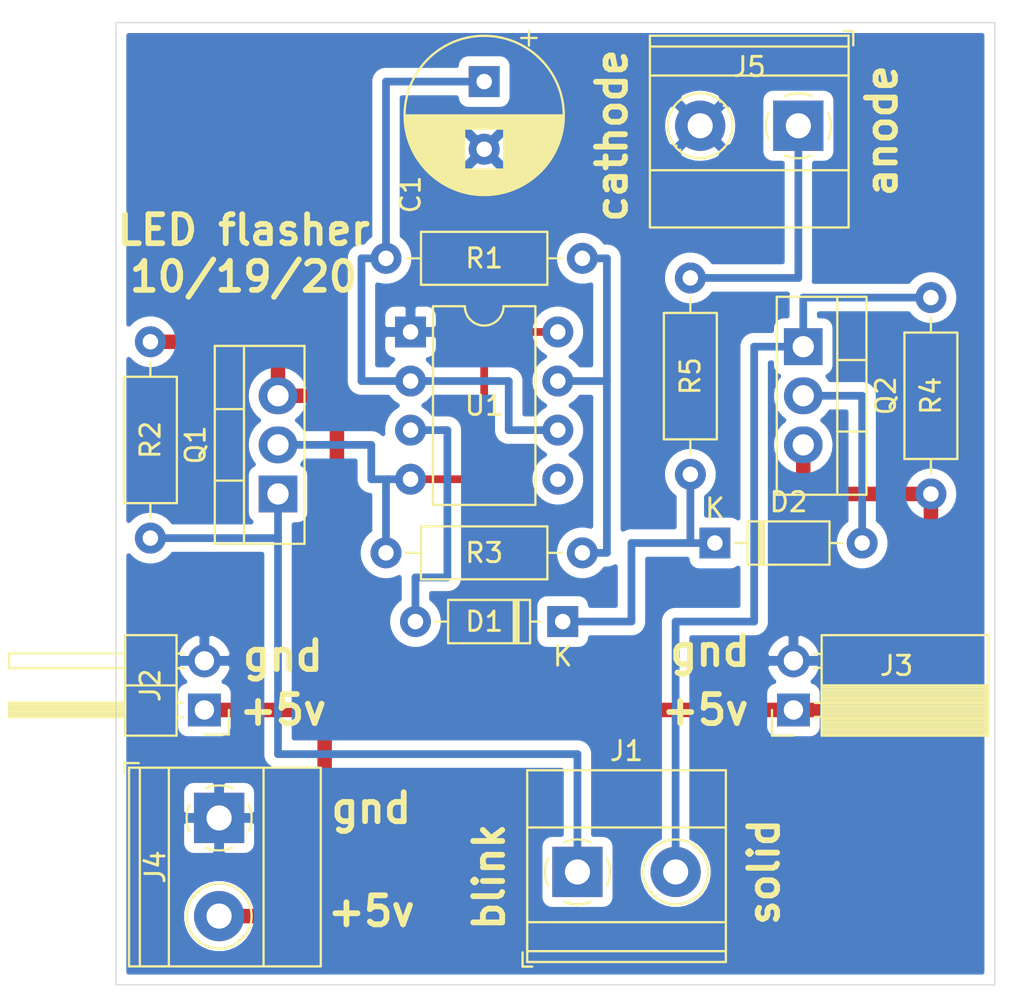
<source format=kicad_pcb>
(kicad_pcb (version 20211014) (generator pcbnew)
  (layers (0 "F.Cu" signal) (31 "B.Cu" signal) (34 "B.Paste" user) (35 "F.Paste" user) (36 "B.SilkS" user "B.Silkscreen") (37 "F.SilkS" user "F.Silkscreen") (38 "B.Mask" user) (39 "F.Mask" user) (44 "Edge.Cuts" user))
  (net 0 "")
  (net 1 "Net-(C1-Pad1)")
  (net 2 "GND")
  (net 3 "Net-(D1-Pad1)")
  (net 4 "Net-(D1-Pad2)")
  (net 5 "Net-(D2-Pad2)")
  (net 6 "GBLINK")
  (net 7 "GSOLID")
  (net 8 "+5V")
  (net 9 "LEDA")
  (net 10 "Net-(Q1-Pad2)")
  (net 11 "Net-(R1-Pad1)")
  (footprint "Capacitor_THT:CP_Radial_D8.0mm_P3.50mm" (layer "F.Cu") (at 123.19 72.39 -90)
    (fp_text reference "C1" (at 5.842 3.81 90) (layer "F.SilkS"))
    (fp_text value "10uf")
    (fp_line (start 4.511 1.04) (end 4.511 3.019) (layer "F.SilkS") (width 0.12))
    (fp_line (start 3.831 1.04) (end 3.831 3.517) (layer "F.SilkS") (width 0.12))
    (fp_line (start 4.271 1.04) (end 4.271 3.22) (layer "F.SilkS") (width 0.12))
    (fp_line (start 5.031 -2.454) (end 5.031 2.454) (layer "F.SilkS") (width 0.12))
    (fp_line (start 3.671 1.04) (end 3.671 3.606) (layer "F.SilkS") (width 0.12))
    (fp_line (start 1.75 -4.08) (end 1.75 4.08) (layer "F.SilkS") (width 0.12))
    (fp_line (start 3.791 -3.54) (end 3.791 -1.04) (layer "F.SilkS") (width 0.12))
    (fp_line (start 5.751 -0.948) (end 5.751 0.948) (layer "F.SilkS") (width 0.12))
    (fp_line (start 4.231 1.04) (end 4.231 3.25) (layer "F.SilkS") (width 0.12))
    (fp_line (start 2.07 -4.068) (end 2.07 4.068) (layer "F.SilkS") (width 0.12))
    (fp_line (start 1.83 -4.08) (end 1.83 4.08) (layer "F.SilkS") (width 0.12))
    (fp_line (start 4.911 -2.604) (end 4.911 2.604) (layer "F.SilkS") (width 0.12))
    (fp_line (start 3.031 -3.877) (end 3.031 -1.04) (layer "F.SilkS") (width 0.12))
    (fp_line (start 4.071 1.04) (end 4.071 3.365) (layer "F.SilkS") (width 0.12))
    (fp_line (start 2.31 -4.042) (end 2.31 4.042) (layer "F.SilkS") (width 0.12))
    (fp_line (start 4.431 1.04) (end 4.431 3.09) (layer "F.SilkS") (width 0.12))
    (fp_line (start 4.151 -3.309) (end 4.151 -1.04) (layer "F.SilkS") (width 0.12))
    (fp_line (start 3.511 -3.686) (end 3.511 -1.04) (layer "F.SilkS") (width 0.12))
    (fp_line (start 3.711 1.04) (end 3.711 3.584) (layer "F.SilkS") (width 0.12))
    (fp_line (start 2.03 -4.071) (end 2.03 4.071) (layer "F.SilkS") (width 0.12))
    (fp_line (start 1.87 -4.079) (end 1.87 4.079) (layer "F.SilkS") (width 0.12))
    (fp_line (start 3.591 1.04) (end 3.591 3.647) (layer "F.SilkS") (width 0.12))
    (fp_line (start 4.271 -3.22) (end 4.271 -1.04) (layer "F.SilkS") (width 0.12))
    (fp_line (start 4.951 -2.556) (end 4.951 2.556) (layer "F.SilkS") (width 0.12))
    (fp_line (start 2.711 1.04) (end 2.711 3.967) (layer "F.SilkS") (width 0.12))
    (fp_line (start 3.391 -3.74) (end 3.391 -1.04) (layer "F.SilkS") (width 0.12))
    (fp_line (start 4.111 1.04) (end 4.111 3.338) (layer "F.SilkS") (width 0.12))
    (fp_line (start 5.391 -1.89) (end 5.391 1.89) (layer "F.SilkS") (width 0.12))
    (fp_line (start 2.631 1.04) (end 2.631 3.985) (layer "F.SilkS") (width 0.12))
    (fp_line (start 2.671 1.04) (end 2.671 3.976) (layer "F.SilkS") (width 0.12))
    (fp_line (start 4.391 1.04) (end 4.391 3.124) (layer "F.SilkS") (width 0.12))
    (fp_line (start 3.551 -3.666) (end 3.551 -1.04) (layer "F.SilkS") (width 0.12))
    (fp_line (start 5.551 -1.552) (end 5.551 1.552) (layer "F.SilkS") (width 0.12))
    (fp_line (start 4.831 -2.697) (end 4.831 2.697) (layer "F.SilkS") (width 0.12))
    (fp_line (start 4.791 -2.741) (end 4.791 2.741) (layer "F.SilkS") (width 0.12))
    (fp_line (start 2.751 1.04) (end 2.751 3.957) (layer "F.SilkS") (width 0.12))
    (fp_line (start 3.591 -3.647) (end 3.591 -1.04) (layer "F.SilkS") (width 0.12))
    (fp_line (start 3.191 -3.821) (end 3.191 -1.04) (layer "F.SilkS") (width 0.12))
    (fp_line (start 4.591 -2.945) (end 4.591 2.945) (layer "F.SilkS") (width 0.12))
    (fp_line (start 5.671 -1.229) (end 5.671 1.229) (layer "F.SilkS") (width 0.12))
    (fp_line (start 2.831 1.04) (end 2.831 3.936) (layer "F.SilkS") (width 0.12))
    (fp_line (start 3.431 1.04) (end 3.431 3.722) (layer "F.SilkS") (width 0.12))
    (fp_line (start 2.951 -3.902) (end 2.951 -1.04) (layer "F.SilkS") (width 0.12))
    (fp_line (start 5.351 -1.964) (end 5.351 1.964) (layer "F.SilkS") (width 0.12))
    (fp_line (start 2.27 -4.048) (end 2.27 4.048) (layer "F.SilkS") (width 0.12))
    (fp_line (start 4.031 1.04) (end 4.031 3.392) (layer "F.SilkS") (width 0.12))
    (fp_line (start 5.271 -2.102) (end 5.271 2.102) (layer "F.SilkS") (width 0.12))
    (fp_line (start 3.911 -3.469) (end 3.911 -1.04) (layer "F.SilkS") (width 0.12))
    (fp_line (start 5.711 -1.098) (end 5.711 1.098) (layer "F.SilkS") (width 0.12))
    (fp_line (start 2.871 1.04) (end 2.871 3.925) (layer "F.SilkS") (width 0.12))
    (fp_line (start 2.631 -3.985) (end 2.631 -1.04) (layer "F.SilkS") (width 0.12))
    (fp_line (start 4.311 -3.189) (end 4.311 -1.04) (layer "F.SilkS") (width 0.12))
    (fp_line (start 5.591 -1.453) (end 5.591 1.453) (layer "F.SilkS") (width 0.12))
    (fp_line (start 2.591 -3.994) (end 2.591 -1.04) (layer "F.SilkS") (width 0.12))
    (fp_line (start -2.259698 -2.715) (end -2.259698 -1.915) (layer "F.SilkS") (width 0.12))
    (fp_line (start 2.991 1.04) (end 2.991 3.889) (layer "F.SilkS") (width 0.12))
    (fp_line (start 5.191 -2.228) (end 5.191 2.228) (layer "F.SilkS") (width 0.12))
    (fp_line (start 4.191 1.04) (end 4.191 3.28) (layer "F.SilkS") (width 0.12))
    (fp_line (start 3.951 -3.444) (end 3.951 -1.04) (layer "F.SilkS") (width 0.12))
    (fp_line (start 3.191 1.04) (end 3.191 3.821) (layer "F.SilkS") (width 0.12))
    (fp_line (start 2.471 1.04) (end 2.471 4.017) (layer "F.SilkS") (width 0.12))
    (fp_line (start 3.271 -3.79) (end 3.271 -1.04) (layer "F.SilkS") (width 0.12))
    (fp_line (start 4.871 -2.651) (end 4.871 2.651) (layer "F.SilkS") (width 0.12))
    (fp_line (start 2.791 1.04) (end 2.791 3.947) (layer "F.SilkS") (width 0.12))
    (fp_line (start 4.471 -3.055) (end 4.471 -1.04) (layer "F.SilkS") (width 0.12))
    (fp_line (start 3.551 1.04) (end 3.551 3.666) (layer "F.SilkS") (width 0.12))
    (fp_line (start 4.471 1.04) (end 4.471 3.055) (layer "F.SilkS") (width 0.12))
    (fp_line (start 3.871 -3.493) (end 3.871 -1.04) (layer "F.SilkS") (width 0.12))
    (fp_line (start 2.43 -4.024) (end 2.43 4.024) (layer "F.SilkS") (width 0.12))
    (fp_line (start 4.511 -3.019) (end 4.511 -1.04) (layer "F.SilkS") (width 0.12))
    (fp_line (start 3.111 1.04) (end 3.111 3.85) (layer "F.SilkS") (width 0.12))
    (fp_line (start 4.751 -2.784) (end 4.751 2.784) (layer "F.SilkS") (width 0.12))
    (fp_line (start 2.471 -4.017) (end 2.471 -1.04) (layer "F.SilkS") (width 0.12))
    (fp_line (start 3.351 -3.757) (end 3.351 -1.04) (layer "F.SilkS") (width 0.12))
    (fp_line (start 2.11 -4.065) (end 2.11 4.065) (layer "F.SilkS") (width 0.12))
    (fp_line (start 4.391 -3.124) (end 4.391 -1.04) (layer "F.SilkS") (width 0.12))
    (fp_line (start 2.35 -4.037) (end 2.35 4.037) (layer "F.SilkS") (width 0.12))
    (fp_line (start 3.031 1.04) (end 3.031 3.877) (layer "F.SilkS") (width 0.12))
    (fp_line (start 5.631 -1.346) (end 5.631 1.346) (layer "F.SilkS") (width 0.12))
    (fp_line (start 3.071 -3.863) (end 3.071 -1.04) (layer "F.SilkS") (width 0.12))
    (fp_line (start 2.791 -3.947) (end 2.791 -1.04) (layer "F.SilkS") (width 0.12))
    (fp_line (start 5.071 -2.4) (end 5.071 2.4) (layer "F.SilkS") (width 0.12))
    (fp_line (start 2.911 1.04) (end 2.911 3.914) (layer "F.SilkS") (width 0.12))
    (fp_line (start 3.351 1.04) (end 3.351 3.757) (layer "F.SilkS") (width 0.12))
    (fp_line (start 5.111 -2.345) (end 5.111 2.345) (layer "F.SilkS") (width 0.12))
    (fp_line (start 2.15 -4.061) (end 2.15 4.061) (layer "F.SilkS") (width 0.12))
    (fp_line (start 3.751 -3.562) (end 3.751 -1.04) (layer "F.SilkS") (width 0.12))
    (fp_line (start 3.671 -3.606) (end 3.671 -1.04) (layer "F.SilkS") (width 0.12))
    (fp_line (start 4.311 1.04) (end 4.311 3.189) (layer "F.SilkS") (width 0.12))
    (fp_line (start 4.111 -3.338) (end 4.111 -1.04) (layer "F.SilkS") (width 0.12))
    (fp_line (start 2.671 -3.976) (end 2.671 -1.04) (layer "F.SilkS") (width 0.12))
    (fp_line (start 4.071 -3.365) (end 4.071 -1.04) (layer "F.SilkS") (width 0.12))
    (fp_line (start 1.91 -4.077) (end 1.91 4.077) (layer "F.SilkS") (width 0.12))
    (fp_line (start 3.391 1.04) (end 3.391 3.74) (layer "F.SilkS") (width 0.12))
    (fp_line (start 5.791 -0.768) (end 5.791 0.768) (layer "F.SilkS") (width 0.12))
    (fp_line (start 5.231 -2.166) (end 5.231 2.166) (layer "F.SilkS") (width 0.12))
    (fp_line (start 3.311 1.04) (end 3.311 3.774) (layer "F.SilkS") (width 0.12))
    (fp_line (start 4.351 -3.156) (end 4.351 -1.04) (layer "F.SilkS") (width 0.12))
    (fp_line (start 3.991 -3.418) (end 3.991 -1.04) (layer "F.SilkS") (width 0.12))
    (fp_line (start 3.431 -3.722) (end 3.431 -1.04) (layer "F.SilkS") (width 0.12))
    (fp_line (start 4.631 -2.907) (end 4.631 2.907) (layer "F.SilkS") (width 0.12))
    (fp_line (start 3.951 1.04) (end 3.951 3.444) (layer "F.SilkS") (width 0.12))
    (fp_line (start 3.511 1.04) (end 3.511 3.686) (layer "F.SilkS") (width 0.12))
    (fp_line (start -2.659698 -2.315) (end -1.859698 -2.315) (layer "F.SilkS") (width 0.12))
    (fp_line (start 2.551 1.04) (end 2.551 4.002) (layer "F.SilkS") (width 0.12))
    (fp_line (start 2.551 -4.002) (end 2.551 -1.04) (layer "F.SilkS") (width 0.12))
    (fp_line (start 3.471 1.04) (end 3.471 3.704) (layer "F.SilkS") (width 0.12))
    (fp_line (start 3.471 -3.704) (end 3.471 -1.04) (layer "F.SilkS") (width 0.12))
    (fp_line (start 5.471 -1.731) (end 5.471 1.731) (layer "F.SilkS") (width 0.12))
    (fp_line (start 3.871 1.04) (end 3.871 3.493) (layer "F.SilkS") (width 0.12))
    (fp_line (start 2.591 1.04) (end 2.591 3.994) (layer "F.SilkS") (width 0.12))
    (fp_line (start 3.231 -3.805) (end 3.231 -1.04) (layer "F.SilkS") (width 0.12))
    (fp_line (start 4.991 -2.505) (end 4.991 2.505) (layer "F.SilkS") (width 0.12))
    (fp_line (start 2.39 -4.03) (end 2.39 4.03) (layer "F.SilkS") (width 0.12))
    (fp_line (start 3.751 1.04) (end 3.751 3.562) (layer "F.SilkS") (width 0.12))
    (fp_line (start 4.351 1.04) (end 4.351 3.156) (layer "F.SilkS") (width 0.12))
    (fp_line (start 3.631 1.04) (end 3.631 3.627) (layer "F.SilkS") (width 0.12))
    (fp_line (start 4.151 1.04) (end 4.151 3.309) (layer "F.SilkS") (width 0.12))
    (fp_line (start 3.151 1.04) (end 3.151 3.835) (layer "F.SilkS") (width 0.12))
    (fp_line (start 2.951 1.04) (end 2.951 3.902) (layer "F.SilkS") (width 0.12))
    (fp_line (start 2.511 1.04) (end 2.511 4.01) (layer "F.SilkS") (width 0.12))
    (fp_line (start 5.151 -2.287) (end 5.151 2.287) (layer "F.SilkS") (width 0.12))
    (fp_line (start 3.311 -3.774) (end 3.311 -1.04) (layer "F.SilkS") (width 0.12))
    (fp_line (start 4.551 -2.983) (end 4.551 2.983) (layer "F.SilkS") (width 0.12))
    (fp_line (start 5.431 -1.813) (end 5.431 1.813) (layer "F.SilkS") (width 0.12))
    (fp_line (start 1.95 -4.076) (end 1.95 4.076) (layer "F.SilkS") (width 0.12))
    (fp_line (start 3.911 1.04) (end 3.911 3.469) (layer "F.SilkS") (width 0.12))
    (fp_line (start 4.431 -3.09) (end 4.431 -1.04) (layer "F.SilkS") (width 0.12))
    (fp_line (start 2.751 -3.957) (end 2.751 -1.04) (layer "F.SilkS") (width 0.12))
    (fp_line (start 1.99 -4.074) (end 1.99 4.074) (layer "F.SilkS") (width 0.12))
    (fp_line (start 3.991 1.04) (end 3.991 3.418) (layer "F.SilkS") (width 0.12))
    (fp_line (start 3.831 -3.517) (end 3.831 -1.04) (layer "F.SilkS") (width 0.12))
    (fp_line (start 3.791 1.04) (end 3.791 3.54) (layer "F.SilkS") (width 0.12))
    (fp_line (start 2.711 -3.967) (end 2.711 -1.04) (layer "F.SilkS") (width 0.12))
    (fp_line (start 3.231 1.04) (end 3.231 3.805) (layer "F.SilkS") (width 0.12))
    (fp_line (start 4.711 -2.826) (end 4.711 2.826) (layer "F.SilkS") (width 0.12))
    (fp_line (start 3.711 -3.584) (end 3.711 -1.04) (layer "F.SilkS") (width 0.12))
    (fp_line (start 4.231 -3.25) (end 4.231 -1.04) (layer "F.SilkS") (width 0.12))
    (fp_line (start 3.071 1.04) (end 3.071 3.863) (layer "F.SilkS") (width 0.12))
    (fp_line (start 4.671 -2.867) (end 4.671 2.867) (layer "F.SilkS") (width 0.12))
    (fp_line (start 5.311 -2.034) (end 5.311 2.034) (layer "F.SilkS") (width 0.12))
    (fp_line (start 2.911 -3.914) (end 2.911 -1.04) (layer "F.SilkS") (width 0.12))
    (fp_line (start 3.111 -3.85) (end 3.111 -1.04) (layer "F.SilkS") (width 0.12))
    (fp_line (start 4.031 -3.392) (end 4.031 -1.04) (layer "F.SilkS") (width 0.12))
    (fp_line (start 3.271 1.04) (end 3.271 3.79) (layer "F.SilkS") (width 0.12))
    (fp_line (start 2.831 -3.936) (end 2.831 -1.04) (layer "F.SilkS") (width 0.12))
    (fp_line (start 5.831 -0.533) (end 5.831 0.533) (layer "F.SilkS") (width 0.12))
    (fp_line (start 5.511 -1.645) (end 5.511 1.645) (layer "F.SilkS") (width 0.12))
    (fp_line (start 2.871 -3.925) (end 2.871 -1.04) (layer "F.SilkS") (width 0.12))
    (fp_line (start 2.511 -4.01) (end 2.511 -1.04) (layer "F.SilkS") (width 0.12))
    (fp_line (start 3.151 -3.835) (end 3.151 -1.04) (layer "F.SilkS") (width 0.12))
    (fp_line (start 3.631 -3.627) (end 3.631 -1.04) (layer "F.SilkS") (width 0.12))
    (fp_line (start 2.991 -3.889) (end 2.991 -1.04) (layer "F.SilkS") (width 0.12))
    (fp_line (start 2.23 -4.052) (end 2.23 4.052) (layer "F.SilkS") (width 0.12))
    (fp_line (start 4.191 -3.28) (end 4.191 -1.04) (layer "F.SilkS") (width 0.12))
    (fp_line (start 2.19 -4.057) (end 2.19 4.057) (layer "F.SilkS") (width 0.12))
    (fp_line (start 1.79 -4.08) (end 1.79 4.08) (layer "F.SilkS") (width 0.12))
    (fp_circle (center 1.75 0) (end 5.87 0) (layer "F.SilkS") (width 0.12) (fill none))
    (pad "1" thru_hole rect locked (at 0 0 270) (size 1.6 1.6) (drill 0.8) (layers *.Cu *.Mask) (net 1 "Net-(C1-Pad1)"))
    (pad "2" thru_hole circle locked (at 3.5 0 270) (size 1.6 1.6) (drill 0.8) (layers *.Cu *.Mask) (net 2 "GND"))
  )
  (footprint "Diode_THT:D_DO-35_SOD27_P7.62mm_Horizontal" (layer "F.Cu") (at 135.128 96.266)
    (fp_text reference "D2" (at 3.81 -2.12) (layer "F.SilkS"))
    (fp_text value "1N4148")
    (fp_text user "K" (at 0 -1.8) (layer "F.SilkS"))
    (fp_line (start 2.53 -1.12) (end 2.53 1.12) (layer "F.SilkS") (width 0.12))
    (fp_line (start 1.69 -1.12) (end 1.69 1.12) (layer "F.SilkS") (width 0.12))
    (fp_line (start 1.69 1.12) (end 5.93 1.12) (layer "F.SilkS") (width 0.12))
    (fp_line (start 6.58 0) (end 5.93 0) (layer "F.SilkS") (width 0.12))
    (fp_line (start 5.93 -1.12) (end 1.69 -1.12) (layer "F.SilkS") (width 0.12))
    (fp_line (start 5.93 1.12) (end 5.93 -1.12) (layer "F.SilkS") (width 0.12))
    (fp_line (start 2.29 -1.12) (end 2.29 1.12) (layer "F.SilkS") (width 0.12))
    (fp_line (start 1.04 0) (end 1.69 0) (layer "F.SilkS") (width 0.12))
    (fp_line (start 2.41 -1.12) (end 2.41 1.12) (layer "F.SilkS") (width 0.12))
    (pad "1" thru_hole rect locked (at 0 0) (size 1.6 1.6) (drill 0.8) (layers *.Cu *.Mask) (net 3 "Net-(D1-Pad1)"))
    (pad "2" thru_hole oval locked (at 7.62 0) (size 1.6 1.6) (drill 0.8) (layers *.Cu *.Mask) (net 5 "Net-(D2-Pad2)"))
  )
  (footprint "TerminalBlock_Phoenix:TerminalBlock_Phoenix_MKDS-1,5-2-5.08_1x02_P5.08mm_Horizontal" (layer "F.Cu") (at 128.016 113.284)
    (fp_text reference "J1" (at 2.54 -6.26) (layer "F.SilkS"))
    (fp_text value "Conn_01x02")
    (fp_line (start 4.046 1.239) (end 4.011 1.274) (layer "F.SilkS") (width 0.12))
    (fp_line (start 6.355 -1.069) (end 6.308 -1.023) (layer "F.SilkS") (width 0.12))
    (fp_line (start 3.853 1.023) (end 3.806 1.069) (layer "F.SilkS") (width 0.12))
    (fp_line (start -2.6 -2.301) (end 7.68 -2.301) (layer "F.SilkS") (width 0.12))
    (fp_line (start -2.6 4.1) (end 7.68 4.1) (layer "F.SilkS") (width 0.12))
    (fp_line (start -2.6 -5.261) (end -2.6 4.66) (layer "F.SilkS") (width 0.12))
    (fp_line (start 6.15 -1.275) (end 6.115 -1.239) (layer "F.SilkS") (width 0.12))
    (fp_line (start -2.6 2.6) (end 7.68 2.6) (layer "F.SilkS") (width 0.12))
    (fp_line (start -2.84 4.9) (end -2.34 4.9) (layer "F.SilkS") (width 0.12))
    (fp_line (start -2.6 -5.261) (end 7.68 -5.261) (layer "F.SilkS") (width 0.12))
    (fp_line (start -2.84 4.16) (end -2.84 4.9) (layer "F.SilkS") (width 0.12))
    (fp_line (start -2.6 4.66) (end 7.68 4.66) (layer "F.SilkS") (width 0.12))
    (fp_line (start 7.68 -5.261) (end 7.68 4.66) (layer "F.SilkS") (width 0.12))
    (fp_arc (start -0.683042 -1.535427) (mid 0.000524 -1.680501) (end 0.684 -1.535) (layer "F.SilkS") (width 0.12))
    (fp_arc (start 0.028805 1.680253) (mid -0.335551 1.646659) (end -0.684 1.535) (layer "F.SilkS") (width 0.12))
    (fp_arc (start 1.535427 -0.683042) (mid 1.680501 0.000524) (end 1.535 0.684) (layer "F.SilkS") (width 0.12))
    (fp_arc (start -1.535427 0.683042) (mid -1.680501 -0.000524) (end -1.535 -0.684) (layer "F.SilkS") (width 0.12))
    (fp_arc (start 0.683318 1.534756) (mid 0.349292 1.643288) (end 0 1.68) (layer "F.SilkS") (width 0.12))
    (fp_circle (center 5.08 0) (end 6.76 0) (layer "F.SilkS") (width 0.12) (fill none))
    (pad "1" thru_hole rect locked (at 0 0) (size 2.6 2.6) (drill 1.3) (layers *.Cu *.Mask) (net 6 "GBLINK"))
    (pad "2" thru_hole circle locked (at 5.08 0) (size 2.6 2.6) (drill 1.3) (layers *.Cu *.Mask) (net 7 "GSOLID"))
  )
  (footprint "Connector_PinHeader_2.54mm:PinHeader_1x02_P2.54mm_Horizontal" (layer "F.Cu") (at 108.712 104.902 180)
    (fp_text reference "J2" (at 2.794 1.27 90) (layer "F.SilkS"))
    (fp_text value "Conn_01x02")
    (fp_line (start 10.1 0.38) (end 4.1 0.38) (layer "F.SilkS") (width 0.12))
    (fp_line (start 1.44 1.27) (end 4.1 1.27) (layer "F.SilkS") (width 0.12))
    (fp_line (start 10.1 -0.38) (end 10.1 0.38) (layer "F.SilkS") (width 0.12))
    (fp_line (start 4.1 -0.38) (end 10.1 -0.38) (layer "F.SilkS") (width 0.12))
    (fp_line (start 1.11 -0.38) (end 1.44 -0.38) (layer "F.SilkS") (width 0.12))
    (fp_line (start 1.11 0.38) (end 1.44 0.38) (layer "F.SilkS") (width 0.12))
    (fp_line (start 4.1 0.04) (end 10.1 0.04) (layer "F.SilkS") (width 0.12))
    (fp_line (start 4.1 0.28) (end 10.1 0.28) (layer "F.SilkS") (width 0.12))
    (fp_line (start 4.1 -0.2) (end 10.1 -0.2) (layer "F.SilkS") (width 0.12))
    (fp_line (start 1.042929 2.92) (end 1.44 2.92) (layer "F.SilkS") (width 0.12))
    (fp_line (start 1.44 3.87) (end 4.1 3.87) (layer "F.SilkS") (width 0.12))
    (fp_line (start 1.44 -1.33) (end 1.44 3.87) (layer "F.SilkS") (width 0.12))
    (fp_line (start 4.1 3.87) (end 4.1 -1.33) (layer "F.SilkS") (width 0.12))
    (fp_line (start 10.1 2.16) (end 10.1 2.92) (layer "F.SilkS") (width 0.12))
    (fp_line (start 4.1 -0.08) (end 10.1 -0.08) (layer "F.SilkS") (width 0.12))
    (fp_line (start 4.1 -1.33) (end 1.44 -1.33) (layer "F.SilkS") (width 0.12))
    (fp_line (start 4.1 0.16) (end 10.1 0.16) (layer "F.SilkS") (width 0.12))
    (fp_line (start 10.1 2.92) (end 4.1 2.92) (layer "F.SilkS") (width 0.12))
    (fp_line (start -1.27 -1.27) (end 0 -1.27) (layer "F.SilkS") (width 0.12))
    (fp_line (start 4.1 -0.32) (end 10.1 -0.32) (layer "F.SilkS") (width 0.12))
    (fp_line (start -1.27 0) (end -1.27 -1.27) (layer "F.SilkS") (width 0.12))
    (fp_line (start 1.042929 2.16) (end 1.44 2.16) (layer "F.SilkS") (width 0.12))
    (fp_line (start 4.1 2.16) (end 10.1 2.16) (layer "F.SilkS") (width 0.12))
    (pad "1" thru_hole rect locked (at 0 0 180) (size 1.7 1.7) (drill 1) (layers *.Cu *.Mask) (net 8 "+5V"))
    (pad "2" thru_hole oval locked (at 0 2.54 180) (size 1.7 1.7) (drill 1) (layers *.Cu *.Mask) (net 2 "GND"))
  )
  (footprint "Connector_PinSocket_2.54mm:PinSocket_1x02_P2.54mm_Horizontal" (layer "F.Cu") (at 139.192 104.902 180)
    (fp_text reference "J3" (at -5.334 2.286) (layer "F.SilkS"))
    (fp_text value "Conn_01x02")
    (fp_line (start -1.46 -0.36) (end -1.11 -0.36) (layer "F.SilkS") (width 0.12))
    (fp_line (start -10.09 0.20714) (end -1.46 0.20714) (layer "F.SilkS") (width 0.12))
    (fp_line (start -10.09 -0.855715) (end -1.46 -0.855715) (layer "F.SilkS") (width 0.12))
    (fp_line (start -10.09 0.67952) (end -1.46 0.67952) (layer "F.SilkS") (width 0.12))
    (fp_line (start -10.09 -1.33) (end -10.09 3.87) (layer "F.SilkS") (width 0.12))
    (fp_line (start 1.11 -1.33) (end 1.11 0) (layer "F.SilkS") (width 0.12))
    (fp_line (start -10.09 0.797615) (end -1.46 0.797615) (layer "F.SilkS") (width 0.12))
    (fp_line (start 0 -1.33) (end 1.11 -1.33) (layer "F.SilkS") (width 0.12))
    (fp_line (start -10.09 1.27) (end -1.46 1.27) (layer "F.SilkS") (width 0.12))
    (fp_line (start -10.09 1.033805) (end -1.46 1.033805) (layer "F.SilkS") (width 0.12))
    (fp_line (start -10.09 -0.73762) (end -1.46 -0.73762) (layer "F.SilkS") (width 0.12))
    (fp_line (start -10.09 -0.97381) (end -1.46 -0.97381) (layer "F.SilkS") (width 0.12))
    (fp_line (start -1.46 2.9) (end -1.05 2.9) (layer "F.SilkS") (width 0.12))
    (fp_line (start -1.46 0.36) (end -1.11 0.36) (layer "F.SilkS") (width 0.12))
    (fp_line (start -1.46 -1.33) (end -1.46 3.87) (layer "F.SilkS") (width 0.12))
    (fp_line (start -10.09 0.089045) (end -1.46 0.089045) (layer "F.SilkS") (width 0.12))
    (fp_line (start -10.09 -0.147145) (end -1.46 -0.147145) (layer "F.SilkS") (width 0.12))
    (fp_line (start -10.09 -1.21) (end -1.46 -1.21) (layer "F.SilkS") (width 0.12))
    (fp_line (start -10.09 -1.33) (end -1.46 -1.33) (layer "F.SilkS") (width 0.12))
    (fp_line (start -10.09 0.44333) (end -1.46 0.44333) (layer "F.SilkS") (width 0.12))
    (fp_line (start -10.09 -0.50143) (end -1.46 -0.50143) (layer "F.SilkS") (width 0.12))
    (fp_line (start -1.46 2.18) (end -1.05 2.18) (layer "F.SilkS") (width 0.12))
    (fp_line (start -10.09 -0.619525) (end -1.46 -0.619525) (layer "F.SilkS") (width 0.12))
    (fp_line (start -10.09 0.561425) (end -1.46 0.561425) (layer "F.SilkS") (width 0.12))
    (fp_line (start -10.09 0.91571) (end -1.46 0.91571) (layer "F.SilkS") (width 0.12))
    (fp_line (start -10.09 1.1519) (end -1.46 1.1519) (layer "F.SilkS") (width 0.12))
    (fp_line (start -10.09 -1.091905) (end -1.46 -1.091905) (layer "F.SilkS") (width 0.12))
    (fp_line (start -10.09 -0.383335) (end -1.46 -0.383335) (layer "F.SilkS") (width 0.12))
    (fp_line (start -10.09 -0.26524) (end -1.46 -0.26524) (layer "F.SilkS") (width 0.12))
    (fp_line (start -10.09 0.325235) (end -1.46 0.325235) (layer "F.SilkS") (width 0.12))
    (fp_line (start -10.09 -0.02905) (end -1.46 -0.02905) (layer "F.SilkS") (width 0.12))
    (fp_line (start -10.09 3.87) (end -1.46 3.87) (layer "F.SilkS") (width 0.12))
    (pad "1" thru_hole rect locked (at 0 0 180) (size 1.7 1.7) (drill 1) (layers *.Cu *.Mask) (net 8 "+5V"))
    (pad "2" thru_hole oval locked (at 0 2.54 180) (size 1.7 1.7) (drill 1) (layers *.Cu *.Mask) (net 2 "GND"))
  )
  (footprint "TerminalBlock_Phoenix:TerminalBlock_Phoenix_MKDS-1,5-2-5.08_1x02_P5.08mm_Horizontal" (layer "F.Cu") (at 139.446 74.676 180)
    (fp_text reference "J5" (at 2.54 3.048) (layer "F.SilkS"))
    (fp_text value "Conn_01x02")
    (fp_line (start 7.68 -5.261) (end 7.68 4.66) (layer "F.SilkS") (width 0.12))
    (fp_line (start -2.84 4.9) (end -2.34 4.9) (layer "F.SilkS") (width 0.12))
    (fp_line (start -2.84 4.16) (end -2.84 4.9) (layer "F.SilkS") (width 0.12))
    (fp_line (start -2.6 -5.261) (end 7.68 -5.261) (layer "F.SilkS") (width 0.12))
    (fp_line (start 3.853 1.023) (end 3.806 1.069) (layer "F.SilkS") (width 0.12))
    (fp_line (start -2.6 -2.301) (end 7.68 -2.301) (layer "F.SilkS") (width 0.12))
    (fp_line (start -2.6 4.1) (end 7.68 4.1) (layer "F.SilkS") (width 0.12))
    (fp_line (start -2.6 4.66) (end 7.68 4.66) (layer "F.SilkS") (width 0.12))
    (fp_line (start 6.15 -1.275) (end 6.115 -1.239) (layer "F.SilkS") (width 0.12))
    (fp_line (start -2.6 -5.261) (end -2.6 4.66) (layer "F.SilkS") (width 0.12))
    (fp_line (start 6.355 -1.069) (end 6.308 -1.023) (layer "F.SilkS") (width 0.12))
    (fp_line (start -2.6 2.6) (end 7.68 2.6) (layer "F.SilkS") (width 0.12))
    (fp_line (start 4.046 1.239) (end 4.011 1.274) (layer "F.SilkS") (width 0.12))
    (fp_arc (start -1.535427 0.683042) (mid -1.680501 -0.000524) (end -1.535 -0.684) (layer "F.SilkS") (width 0.12))
    (fp_arc (start 0.028805 1.680253) (mid -0.335551 1.646659) (end -0.684 1.535) (layer "F.SilkS") (width 0.12))
    (fp_arc (start -0.683042 -1.535427) (mid 0.000524 -1.680501) (end 0.684 -1.535) (layer "F.SilkS") (width 0.12))
    (fp_arc (start 1.535427 -0.683042) (mid 1.680501 0.000524) (end 1.535 0.684) (layer "F.SilkS") (width 0.12))
    (fp_arc (start 0.683318 1.534756) (mid 0.349292 1.643288) (end 0 1.68) (layer "F.SilkS") (width 0.12))
    (fp_circle (center 5.08 0) (end 6.76 0) (layer "F.SilkS") (width 0.12) (fill none))
    (pad "1" thru_hole rect locked (at 0 0 180) (size 2.6 2.6) (drill 1.3) (layers *.Cu *.Mask) (net 9 "LEDA"))
    (pad "2" thru_hole circle locked (at 5.08 0 180) (size 2.6 2.6) (drill 1.3) (layers *.Cu *.Mask) (net 2 "GND"))
  )
  (footprint "Resistor_THT:R_Axial_DIN0207_L6.3mm_D2.5mm_P10.16mm_Horizontal" (layer "F.Cu") (at 128.27 81.534 180)
    (fp_text reference "R1" (at 5.08 0) (layer "F.SilkS"))
    (fp_text value "51K")
    (fp_line (start 8.35 1.37) (end 8.35 -1.37) (layer "F.SilkS") (width 0.12))
    (fp_line (start 1.81 1.37) (end 8.35 1.37) (layer "F.SilkS") (width 0.12))
    (fp_line (start 1.81 -1.37) (end 1.81 1.37) (layer "F.SilkS") (width 0.12))
    (fp_line (start 1.04 0) (end 1.81 0) (layer "F.SilkS") (width 0.12))
    (fp_line (start 8.35 -1.37) (end 1.81 -1.37) (layer "F.SilkS") (width 0.12))
    (fp_line (start 9.12 0) (end 8.35 0) (layer "F.SilkS") (width 0.12))
    (pad "1" thru_hole circle locked (at 0 0 180) (size 1.6 1.6) (drill 0.8) (layers *.Cu *.Mask) (net 11 "Net-(R1-Pad1)"))
    (pad "2" thru_hole oval locked (at 10.16 0 180) (size 1.6 1.6) (drill 0.8) (layers *.Cu *.Mask) (net 1 "Net-(C1-Pad1)"))
  )
  (footprint "Resistor_THT:R_Axial_DIN0207_L6.3mm_D2.5mm_P10.16mm_Horizontal" (layer "F.Cu") (at 105.918 96.012 90)
    (fp_text reference "R2" (at 5.08 0 90) (layer "F.SilkS"))
    (fp_text value "1K")
    (fp_line (start 1.81 1.37) (end 8.35 1.37) (layer "F.SilkS") (width 0.12))
    (fp_line (start 8.35 1.37) (end 8.35 -1.37) (layer "F.SilkS") (width 0.12))
    (fp_line (start 9.12 0) (end 8.35 0) (layer "F.SilkS") (width 0.12))
    (fp_line (start 1.04 0) (end 1.81 0) (layer "F.SilkS") (width 0.12))
    (fp_line (start 1.81 -1.37) (end 1.81 1.37) (layer "F.SilkS") (width 0.12))
    (fp_line (start 8.35 -1.37) (end 1.81 -1.37) (layer "F.SilkS") (width 0.12))
    (pad "1" thru_hole circle locked (at 0 0 90) (size 1.6 1.6) (drill 0.8) (layers *.Cu *.Mask) (net 6 "GBLINK"))
    (pad "2" thru_hole oval locked (at 10.16 0 90) (size 1.6 1.6) (drill 0.8) (layers *.Cu *.Mask) (net 8 "+5V"))
  )
  (footprint "Resistor_THT:R_Axial_DIN0207_L6.3mm_D2.5mm_P10.16mm_Horizontal" (layer "F.Cu") (at 118.11 96.774)
    (fp_text reference "R3" (at 5.08 0) (layer "F.SilkS"))
    (fp_text value "100K")
    (fp_line (start 8.35 -1.37) (end 1.81 -1.37) (layer "F.SilkS") (width 0.12))
    (fp_line (start 1.81 1.37) (end 8.35 1.37) (layer "F.SilkS") (width 0.12))
    (fp_line (start 9.12 0) (end 8.35 0) (layer "F.SilkS") (width 0.12))
    (fp_line (start 8.35 1.37) (end 8.35 -1.37) (layer "F.SilkS") (width 0.12))
    (fp_line (start 1.81 -1.37) (end 1.81 1.37) (layer "F.SilkS") (width 0.12))
    (fp_line (start 1.04 0) (end 1.81 0) (layer "F.SilkS") (width 0.12))
    (pad "1" thru_hole circle locked (at 0 0) (size 1.6 1.6) (drill 0.8) (layers *.Cu *.Mask) (net 10 "Net-(Q1-Pad2)"))
    (pad "2" thru_hole oval locked (at 10.16 0) (size 1.6 1.6) (drill 0.8) (layers *.Cu *.Mask) (net 11 "Net-(R1-Pad1)"))
  )
  (footprint "Resistor_THT:R_Axial_DIN0207_L6.3mm_D2.5mm_P10.16mm_Horizontal" (layer "F.Cu") (at 146.304 83.566 -90)
    (fp_text reference "R4" (at 5.08 0 90) (layer "F.SilkS"))
    (fp_text value "1K")
    (fp_line (start 1.81 1.37) (end 8.35 1.37) (layer "F.SilkS") (width 0.12))
    (fp_line (start 8.35 1.37) (end 8.35 -1.37) (layer "F.SilkS") (width 0.12))
    (fp_line (start 9.12 0) (end 8.35 0) (layer "F.SilkS") (width 0.12))
    (fp_line (start 1.04 0) (end 1.81 0) (layer "F.SilkS") (width 0.12))
    (fp_line (start 1.81 -1.37) (end 1.81 1.37) (layer "F.SilkS") (width 0.12))
    (fp_line (start 8.35 -1.37) (end 1.81 -1.37) (layer "F.SilkS") (width 0.12))
    (pad "1" thru_hole circle locked (at 0 0 270) (size 1.6 1.6) (drill 0.8) (layers *.Cu *.Mask) (net 7 "GSOLID"))
    (pad "2" thru_hole oval locked (at 10.16 0 270) (size 1.6 1.6) (drill 0.8) (layers *.Cu *.Mask) (net 8 "+5V"))
  )
  (footprint "Package_DIP:DIP-8_W7.62mm" (layer "F.Cu") (at 119.38 85.344)
    (fp_text reference "U1" (at 3.81 3.81) (layer "F.SilkS"))
    (fp_text value "NE555P")
    (fp_line (start 6.46 8.95) (end 6.46 -1.33) (layer "F.SilkS") (width 0.12))
    (fp_line (start 1.16 -1.33) (end 1.16 8.95) (layer "F.SilkS") (width 0.12))
    (fp_line (start 6.46 -1.33) (end 4.81 -1.33) (layer "F.SilkS") (width 0.12))
    (fp_line (start 2.81 -1.33) (end 1.16 -1.33) (layer "F.SilkS") (width 0.12))
    (fp_line (start 1.16 8.95) (end 6.46 8.95) (layer "F.SilkS") (width 0.12))
    (fp_arc (start 4.81 -1.33) (mid 3.81 -0.33) (end 2.81 -1.33) (layer "F.SilkS") (width 0.12))
    (pad "1" thru_hole rect locked (at 0 0) (size 1.6 1.6) (drill 0.8) (layers *.Cu *.Mask) (net 2 "GND"))
    (pad "2" thru_hole oval locked (at 0 2.54) (size 1.6 1.6) (drill 0.8) (layers *.Cu *.Mask) (net 1 "Net-(C1-Pad1)"))
    (pad "3" thru_hole oval locked (at 0 5.08) (size 1.6 1.6) (drill 0.8) (layers *.Cu *.Mask) (net 4 "Net-(D1-Pad2)"))
    (pad "4" thru_hole oval locked (at 0 7.62) (size 1.6 1.6) (drill 0.8) (layers *.Cu *.Mask) (net 10 "Net-(Q1-Pad2)"))
    (pad "5" thru_hole oval locked (at 7.62 7.62) (size 1.6 1.6) (drill 0.8) (layers *.Cu *.Mask))
    (pad "6" thru_hole oval locked (at 7.62 5.08) (size 1.6 1.6) (drill 0.8) (layers *.Cu *.Mask) (net 1 "Net-(C1-Pad1)"))
    (pad "7" thru_hole oval locked (at 7.62 2.54) (size 1.6 1.6) (drill 0.8) (layers *.Cu *.Mask) (net 11 "Net-(R1-Pad1)"))
    (pad "8" thru_hole oval locked (at 7.62 0) (size 1.6 1.6) (drill 0.8) (layers *.Cu *.Mask) (net 10 "Net-(Q1-Pad2)"))
  )
  (footprint "TerminalBlock_Phoenix:TerminalBlock_Phoenix_MKDS-1,5-2-5.08_1x02_P5.08mm_Horizontal" (layer "F.Cu") (at 109.474 110.49 -90)
    (fp_text reference "J4" (at 2.54 3.302 90) (layer "F.SilkS"))
    (fp_text value "Conn_01x02")
    (fp_line (start 3.853 1.023) (end 3.806 1.069) (layer "F.SilkS") (width 0.12))
    (fp_line (start -2.84 4.9) (end -2.34 4.9) (layer "F.SilkS") (width 0.12))
    (fp_line (start -2.6 -2.301) (end 7.68 -2.301) (layer "F.SilkS") (width 0.12))
    (fp_line (start 4.046 1.239) (end 4.011 1.274) (layer "F.SilkS") (width 0.12))
    (fp_line (start 7.68 -5.261) (end 7.68 4.66) (layer "F.SilkS") (width 0.12))
    (fp_line (start -2.6 2.6) (end 7.68 2.6) (layer "F.SilkS") (width 0.12))
    (fp_line (start 6.15 -1.275) (end 6.115 -1.239) (layer "F.SilkS") (width 0.12))
    (fp_line (start -2.6 4.66) (end 7.68 4.66) (layer "F.SilkS") (width 0.12))
    (fp_line (start 6.355 -1.069) (end 6.308 -1.023) (layer "F.SilkS") (width 0.12))
    (fp_line (start -2.84 4.16) (end -2.84 4.9) (layer "F.SilkS") (width 0.12))
    (fp_line (start -2.6 -5.261) (end 7.68 -5.261) (layer "F.SilkS") (width 0.12))
    (fp_line (start -2.6 4.1) (end 7.68 4.1) (layer "F.SilkS") (width 0.12))
    (fp_line (start -2.6 -5.261) (end -2.6 4.66) (layer "F.SilkS") (width 0.12))
    (fp_arc (start 0.683318 1.534756) (mid 0.349292 1.643288) (end 0 1.68) (layer "F.SilkS") (width 0.12))
    (fp_arc (start -0.683042 -1.535427) (mid 0.000524 -1.680501) (end 0.684 -1.535) (layer "F.SilkS") (width 0.12))
    (fp_arc (start 0.028805 1.680253) (mid -0.335551 1.646659) (end -0.684 1.535) (layer "F.SilkS") (width 0.12))
    (fp_arc (start 1.535427 -0.683042) (mid 1.680501 0.000524) (end 1.535 0.684) (layer "F.SilkS") (width 0.12))
    (fp_arc (start -1.535427 0.683042) (mid -1.680501 -0.000524) (end -1.535 -0.684) (layer "F.SilkS") (width 0.12))
    (fp_circle (center 5.08 0) (end 6.76 0) (layer "F.SilkS") (width 0.12) (fill none))
    (pad "1" thru_hole rect locked (at 0 0 270) (size 2.6 2.6) (drill 1.3) (layers *.Cu *.Mask) (net 2 "GND"))
    (pad "2" thru_hole circle locked (at 5.08 0 270) (size 2.6 2.6) (drill 1.3) (layers *.Cu *.Mask) (net 8 "+5V"))
  )
  (footprint "Diode_THT:D_DO-35_SOD27_P7.62mm_Horizontal" (layer "F.Cu") (at 127.254 100.33 180)
    (fp_text reference "D1" (at 4.064 0) (layer "F.SilkS"))
    (fp_text value "1N4148")
    (fp_text user "K" (at 0 -1.8) (layer "F.SilkS"))
    (fp_line (start 5.93 -1.12) (end 1.69 -1.12) (layer "F.SilkS") (width 0.12))
    (fp_line (start 2.29 -1.12) (end 2.29 1.12) (layer "F.SilkS") (width 0.12))
    (fp_line (start 2.53 -1.12) (end 2.53 1.12) (layer "F.SilkS") (width 0.12))
    (fp_line (start 5.93 1.12) (end 5.93 -1.12) (layer "F.SilkS") (width 0.12))
    (fp_line (start 1.04 0) (end 1.69 0) (layer "F.SilkS") (width 0.12))
    (fp_line (start 6.58 0) (end 5.93 0) (layer "F.SilkS") (width 0.12))
    (fp_line (start 2.41 -1.12) (end 2.41 1.12) (layer "F.SilkS") (width 0.12))
    (fp_line (start 1.69 -1.12) (end 1.69 1.12) (layer "F.SilkS") (width 0.12))
    (fp_line (start 1.69 1.12) (end 5.93 1.12) (layer "F.SilkS") (width 0.12))
    (pad "1" thru_hole rect locked (at 0 0 180) (size 1.6 1.6) (drill 0.8) (layers *.Cu *.Mask) (net 3 "Net-(D1-Pad1)"))
    (pad "2" thru_hole oval locked (at 7.62 0 180) (size 1.6 1.6) (drill 0.8) (layers *.Cu *.Mask) (net 4 "Net-(D1-Pad2)"))
  )
  (footprint "Resistor_THT:R_Axial_DIN0207_L6.3mm_D2.5mm_P10.16mm_Horizontal" (layer "F.Cu") (at 133.858 82.55 -90)
    (fp_text reference "R5" (at 5.08 0 90) (layer "F.SilkS"))
    (fp_text value "330R")
    (fp_line (start 8.35 -1.37) (end 1.81 -1.37) (layer "F.SilkS") (width 0.12))
    (fp_line (start 9.12 0) (end 8.35 0) (layer "F.SilkS") (width 0.12))
    (fp_line (start 1.81 1.37) (end 8.35 1.37) (layer "F.SilkS") (width 0.12))
    (fp_line (start 1.81 -1.37) (end 1.81 1.37) (layer "F.SilkS") (width 0.12))
    (fp_line (start 8.35 1.37) (end 8.35 -1.37) (layer "F.SilkS") (width 0.12))
    (fp_line (start 1.04 0) (end 1.81 0) (layer "F.SilkS") (width 0.12))
    (pad "1" thru_hole circle locked (at 0 0 270) (size 1.6 1.6) (drill 0.8) (layers *.Cu *.Mask) (net 9 "LEDA"))
    (pad "2" thru_hole oval locked (at 10.16 0 270) (size 1.6 1.6) (drill 0.8) (layers *.Cu *.Mask) (net 3 "Net-(D1-Pad1)"))
  )
  (footprint "Package_TO_SOT_THT:TO-220-3_Vertical" (layer "F.Cu") (at 112.522 93.726 90)
    (fp_text reference "Q1" (at 2.54 -4.27 90) (layer "F.SilkS"))
    (fp_text value "NDP6020P")
    (fp_line (start -2.58 1.371) (end 7.66 1.371) (layer "F.SilkS") (width 0.12))
    (fp_line (start 4.391 -3.27) (end 4.391 -1.76) (layer "F.SilkS") (width 0.12))
    (fp_line (start 7.66 -3.27) (end 7.66 1.371) (layer "F.SilkS") (width 0.12))
    (fp_line (start -2.58 -1.76) (end 7.66 -1.76) (layer "F.SilkS") (width 0.12))
    (fp_line (start -2.58 -3.27) (end -2.58 1.371) (layer "F.SilkS") (width 0.12))
    (fp_line (start -2.58 -3.27) (end 7.66 -3.27) (layer "F.SilkS") (width 0.12))
    (fp_line (start 0.69 -3.27) (end 0.69 -1.76) (layer "F.SilkS") (width 0.12))
    (pad "1" thru_hole rect locked (at 0 0 90) (size 1.905 2) (drill 1.1) (layers *.Cu *.Mask) (net 6 "GBLINK"))
    (pad "2" thru_hole oval locked (at 2.54 0 90) (size 1.905 2) (drill 1.1) (layers *.Cu *.Mask) (net 10 "Net-(Q1-Pad2)"))
    (pad "3" thru_hole oval locked (at 5.08 0 90) (size 1.905 2) (drill 1.1) (layers *.Cu *.Mask) (net 8 "+5V"))
  )
  (footprint "Package_TO_SOT_THT:TO-220-3_Vertical" (layer "F.Cu") (at 139.7 86.106 -90)
    (fp_text reference "Q2" (at 2.54 -4.27 90) (layer "F.SilkS"))
    (fp_text value "NDP6020P")
    (fp_line (start -2.58 1.371) (end 7.66 1.371) (layer "F.SilkS") (width 0.12))
    (fp_line (start 7.66 -3.27) (end 7.66 1.371) (layer "F.SilkS") (width 0.12))
    (fp_line (start 4.391 -3.27) (end 4.391 -1.76) (layer "F.SilkS") (width 0.12))
    (fp_line (start 0.69 -3.27) (end 0.69 -1.76) (layer "F.SilkS") (width 0.12))
    (fp_line (start -2.58 -1.76) (end 7.66 -1.76) (layer "F.SilkS") (width 0.12))
    (fp_line (start -2.58 -3.27) (end 7.66 -3.27) (layer "F.SilkS") (width 0.12))
    (fp_line (start -2.58 -3.27) (end -2.58 1.371) (layer "F.SilkS") (width 0.12))
    (pad "1" thru_hole rect locked (at 0 0 270) (size 1.905 2) (drill 1.1) (layers *.Cu *.Mask) (net 7 "GSOLID"))
    (pad "2" thru_hole oval locked (at 2.54 0 270) (size 1.905 2) (drill 1.1) (layers *.Cu *.Mask) (net 5 "Net-(D2-Pad2)"))
    (pad "3" thru_hole oval locked (at 5.08 0 270) (size 1.905 2) (drill 1.1) (layers *.Cu *.Mask) (net 8 "+5V"))
  )
  (gr_line (start 104.14 119.126) (end 104.14 69.342) (layer "Edge.Cuts") (width 0.05))
  (gr_line (start 149.606 69.342) (end 149.606 119.126) (layer "Edge.Cuts") (width 0.05))
  (gr_line (start 104.14 69.342) (end 149.606 69.342) (layer "Edge.Cuts") (width 0.05))
  (gr_line (start 149.606 119.126) (end 104.14 119.126) (layer "Edge.Cuts") (width 0.05))
  (gr_text "gnd" (at 134.874 101.854) (layer "F.SilkS") (effects (font (size 1.5 1.5) (thickness 0.3))))
  (gr_text "+5v" (at 134.62 104.902) (layer "F.SilkS") (effects (font (size 1.5 1.5) (thickness 0.3))))
  (gr_text "gnd" (at 117.348 109.982) (layer "F.SilkS") (effects (font (size 1.5 1.5) (thickness 0.3))))
  (gr_text "anode" (at 143.764 74.93 90) (layer "F.SilkS") (effects (font (size 1.5 1.5) (thickness 0.3))))
  (gr_text "+5v" (at 117.348 115.316) (layer "F.SilkS") (effects (font (size 1.5 1.5) (thickness 0.3))))
  (gr_text "LED flasher\n10/19/20" (at 110.744 81.28) (layer "F.SilkS") (effects (font (size 1.5 1.5) (thickness 0.3))))
  (gr_text "blink" (at 123.444 113.538 90) (layer "F.SilkS") (effects (font (size 1.5 1.5) (thickness 0.3))))
  (gr_text "cathode" (at 129.794 75.184 90) (layer "F.SilkS") (effects (font (size 1.5 1.5) (thickness 0.3))))
  (gr_text "solid" (at 137.668 113.284 90) (layer "F.SilkS") (effects (font (size 1.5 1.5) (thickness 0.3))))
  (gr_text "+5v" (at 112.776 104.902) (layer "F.SilkS") (effects (font (size 1.5 1.5) (thickness 0.3))))
  (gr_text "gnd" (at 112.776 102.108) (layer "F.SilkS") (effects (font (size 1.5 1.5) (thickness 0.3))))
  (segment (start 118.11 81.534) (end 118.11 72.39) (width 0.4) (layer "B.Cu") (net 1))
  (segment (start 116.84 81.534) (end 118.11 81.534) (width 0.4) (layer "B.Cu") (net 1))
  (segment (start 124.46 87.884) (end 119.38 87.884) (width 0.4) (layer "B.Cu") (net 1))
  (segment (start 119.38 87.884) (end 116.84 87.884) (width 0.4) (layer "B.Cu") (net 1))
  (segment (start 127 90.424) (end 124.46 90.424) (width 0.4) (layer "B.Cu") (net 1))
  (segment (start 124.46 90.424) (end 124.46 87.884) (width 0.4) (layer "B.Cu") (net 1))
  (segment (start 118.11 72.39) (end 123.19 72.39) (width 0.4) (layer "B.Cu") (net 1))
  (segment (start 116.84 87.884) (end 116.84 81.534) (width 0.4) (layer "B.Cu") (net 1))
  (segment (start 130.81 100.33) (end 130.81 96.266) (width 0.4) (layer "B.Cu") (net 3))
  (segment (start 127.254 100.33) (end 130.81 100.33) (width 0.4) (layer "B.Cu") (net 3))
  (segment (start 133.858 96.266) (end 135.128 96.266) (width 0.4) (layer "B.Cu") (net 3))
  (segment (start 130.81 96.266) (end 133.858 96.266) (width 0.4) (layer "B.Cu") (net 3))
  (segment (start 133.858 92.71) (end 133.858 96.266) (width 0.4) (layer "B.Cu") (net 3))
  (segment (start 121.285 98.044) (end 121.285 90.424) (width 0.4) (layer "B.Cu") (net 4))
  (segment (start 119.634 98.044) (end 121.285 98.044) (width 0.4) (layer "B.Cu") (net 4))
  (segment (start 121.285 90.424) (end 119.38 90.424) (width 0.4) (layer "B.Cu") (net 4))
  (segment (start 119.634 100.33) (end 119.634 98.044) (width 0.4) (layer "B.Cu") (net 4))
  (segment (start 142.748 88.646) (end 139.7 88.646) (width 0.4) (layer "B.Cu") (net 5))
  (segment (start 142.748 96.266) (end 142.748 88.646) (width 0.4) (layer "B.Cu") (net 5))
  (segment (start 128.016 107.188) (end 128.016 113.284) (width 0.4) (layer "B.Cu") (net 6))
  (segment (start 112.522 96.012) (end 112.522 107.188) (width 0.4) (layer "B.Cu") (net 6))
  (segment (start 105.918 96.012) (end 112.522 96.012) (width 0.4) (layer "B.Cu") (net 6))
  (segment (start 112.522 96.012) (end 112.522 93.726) (width 0.4) (layer "B.Cu") (net 6))
  (segment (start 112.522 107.188) (end 128.016 107.188) (width 0.4) (layer "B.Cu") (net 6))
  (segment (start 137.16 86.106) (end 139.7 86.106) (width 0.4) (layer "B.Cu") (net 7))
  (segment (start 137.16 100.33) (end 137.16 86.106) (width 0.4) (layer "B.Cu") (net 7))
  (segment (start 139.7 86.106) (end 139.7 83.566) (width 0.4) (layer "B.Cu") (net 7))
  (segment (start 133.096 113.284) (end 133.096 100.33) (width 0.4) (layer "B.Cu") (net 7))
  (segment (start 133.096 100.33) (end 137.16 100.33) (width 0.4) (layer "B.Cu") (net 7))
  (segment (start 139.7 83.566) (end 146.304 83.566) (width 0.4) (layer "B.Cu") (net 7))
  (segment (start 139.7 93.726) (end 139.7 91.186) (width 0.75) (layer "F.Cu") (net 8))
  (segment (start 115.443 104.902) (end 139.192 104.902) (width 0.75) (layer "F.Cu") (net 8))
  (segment (start 115.57 88.646) (end 115.57 104.775) (width 0.75) (layer "F.Cu") (net 8))
  (segment (start 146.304 93.726) (end 139.7 93.726) (width 0.75) (layer "F.Cu") (net 8))
  (segment (start 114.935 115.57) (end 114.935 105.029) (width 0.75) (layer "F.Cu") (net 8))
  (segment (start 108.712 104.902) (end 115.062 104.902) (width 0.75) (layer "F.Cu") (net 8))
  (segment (start 112.522 88.646) (end 112.522 85.852) (width 0.75) (layer "F.Cu") (net 8))
  (segment (start 109.474 115.57) (end 114.935 115.57) (width 0.75) (layer "F.Cu") (net 8))
  (segment (start 115.57 104.775) (end 115.443 104.902) (width 0.75) (layer "F.Cu") (net 8))
  (segment (start 146.304 104.902) (end 146.304 93.726) (width 0.75) (layer "F.Cu") (net 8))
  (segment (start 112.522 88.646) (end 115.57 88.646) (width 0.75) (layer "F.Cu") (net 8))
  (segment (start 112.522 85.852) (end 105.918 85.852) (width 0.75) (layer "F.Cu") (net 8))
  (segment (start 115.062 104.902) (end 115.443 104.902) (width 0.75) (layer "F.Cu") (net 8))
  (segment (start 139.192 104.902) (end 146.304 104.902) (width 0.75) (layer "F.Cu") (net 8))
  (segment (start 114.935 105.029) (end 115.062 104.902) (width 0.75) (layer "F.Cu") (net 8))
  (segment (start 133.858 82.55) (end 139.446 82.55) (width 0.4) (layer "B.Cu") (net 9))
  (segment (start 139.446 82.55) (end 139.446 74.676) (width 0.4) (layer "B.Cu") (net 9))
  (segment (start 119.38 92.964) (end 123.19 92.964) (width 0.4) (layer "F.Cu") (net 10))
  (segment (start 123.19 92.964) (end 123.19 85.344) (width 0.4) (layer "F.Cu") (net 10))
  (segment (start 123.19 85.344) (end 127 85.344) (width 0.4) (layer "F.Cu") (net 10))
  (segment (start 118.11 96.774) (end 118.11 93.091) (width 0.4) (layer "B.Cu") (net 10))
  (segment (start 118.11 93.091) (end 118.237 92.964) (width 0.4) (layer "B.Cu") (net 10))
  (segment (start 117.348 92.964) (end 118.237 92.964) (width 0.4) (layer "B.Cu") (net 10))
  (segment (start 118.237 92.964) (end 119.38 92.964) (width 0.4) (layer "B.Cu") (net 10))
  (segment (start 117.348 91.186) (end 117.348 92.964) (width 0.4) (layer "B.Cu") (net 10))
  (segment (start 112.522 91.186) (end 117.348 91.186) (width 0.4) (layer "B.Cu") (net 10))
  (segment (start 129.54 81.534) (end 129.54 87.884) (width 0.4) (layer "B.Cu") (net 11))
  (segment (start 129.54 87.884) (end 127 87.884) (width 0.4) (layer "B.Cu") (net 11))
  (segment (start 129.54 96.774) (end 129.54 87.884) (width 0.4) (layer "B.Cu") (net 11))
  (segment (start 128.27 81.534) (end 129.54 81.534) (width 0.4) (layer "B.Cu") (net 11))
  (segment (start 128.27 96.774) (end 129.54 96.774) (width 0.4) (layer "B.Cu") (net 11))
  (zone (net 2) (net_name "GND") (layer "B.Cu") (connect_pads (clearance 0.508)) (min_thickness 0.254) (fill yes (thermal_gap 0.508) (thermal_bridge_width 0.508))
    (polygon (pts (xy 151.13 120.015) (xy 102.235 120.015) (xy 102.235 68.58) (xy 151.13 68.58)))
  )
)
</source>
